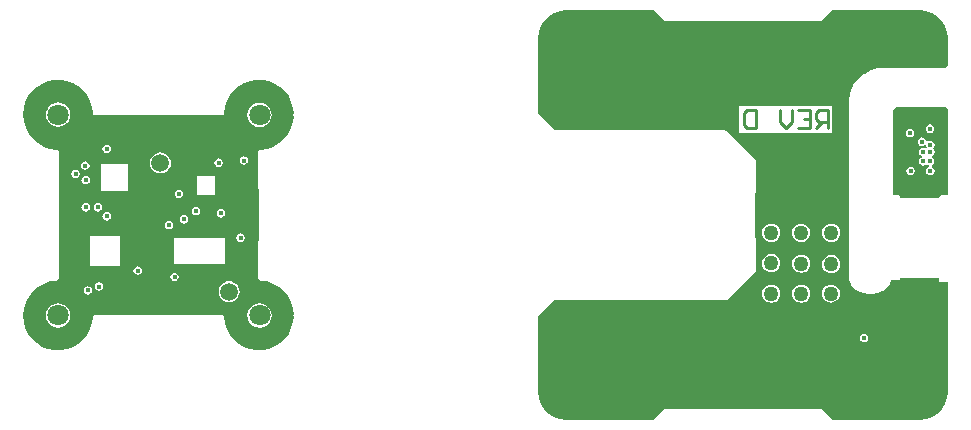
<source format=gbl>
G04 Layer_Physical_Order=4*
G04 Layer_Color=16711680*
%FSAX42Y42*%
%MOMM*%
G71*
G01*
G75*
%ADD23C,0.25*%
%ADD24C,1.80*%
%ADD25C,4.10*%
%ADD26C,1.50*%
%ADD28C,0.45*%
%ADD29C,1.27*%
G36*
X013432Y007396D02*
Y006669D01*
X013375D01*
X013365Y006665D01*
X013361Y006655D01*
Y006643D01*
X013032D01*
Y006655D01*
X013028Y006665D01*
X013019Y006669D01*
X012965D01*
Y007371D01*
X012966Y007381D01*
X012970Y007390D01*
X012975Y007397D01*
X012988Y007407D01*
X013003Y007413D01*
X013020Y007415D01*
X013414D01*
X013432Y007396D01*
D02*
G37*
G36*
X005974Y007636D02*
X006025Y007618D01*
X006072Y007591D01*
X006112Y007556D01*
X006146Y007514D01*
X006172Y007467D01*
X006189Y007415D01*
X006196Y007360D01*
X006197Y007358D01*
X006197Y007356D01*
X006198Y007355D01*
X006198Y007354D01*
X006199Y007353D01*
X006201Y007351D01*
X006202Y007350D01*
X006202Y007349D01*
X006204Y007348D01*
X006206Y007347D01*
X006207Y007347D01*
X006208Y007346D01*
X006210Y007346D01*
X006213Y007346D01*
X007288Y007346D01*
X007290Y007346D01*
X007292Y007346D01*
X007293Y007347D01*
X007294Y007347D01*
X007296Y007348D01*
X007298Y007349D01*
X007299Y007350D01*
X007300Y007351D01*
X007301Y007353D01*
X007302Y007354D01*
X007303Y007355D01*
X007303Y007356D01*
X007304Y007358D01*
X007304Y007360D01*
X007312Y007415D01*
X007328Y007466D01*
X007354Y007513D01*
X007388Y007555D01*
X007428Y007590D01*
X007475Y007617D01*
X007525Y007635D01*
X007578Y007643D01*
X007632Y007642D01*
X007684Y007632D01*
X007734Y007612D01*
X007779Y007583D01*
X007819Y007547D01*
X007851Y007504D01*
X007875Y007456D01*
X007889Y007404D01*
X007894Y007356D01*
X007894Y007356D01*
X007894Y007355D01*
X007893Y007354D01*
X007893Y007354D01*
X007893Y007353D01*
X007893Y007353D01*
X007893Y007352D01*
X007893Y007351D01*
X007893Y007351D01*
X007893Y007350D01*
X007893Y007350D01*
X007893Y007349D01*
X007893Y007349D01*
X007893Y007348D01*
X007893Y007347D01*
X007893Y007347D01*
X007893Y007346D01*
X007893Y007346D01*
X007893Y007345D01*
X007893Y007345D01*
X007893Y007344D01*
X007894Y007343D01*
X007894Y007343D01*
X007894Y007342D01*
X007889Y007292D01*
X007873Y007238D01*
X007847Y007188D01*
X007812Y007144D01*
X007769Y007108D01*
X007720Y007080D01*
X007667Y007062D01*
X007610Y007054D01*
X007608Y007053D01*
X007606Y007053D01*
X007605Y007052D01*
X007604Y007052D01*
X007602Y007051D01*
X007600Y007049D01*
X007600Y007048D01*
X007599Y007048D01*
X007598Y007046D01*
X007597Y007044D01*
X007596Y007043D01*
X007596Y007042D01*
X007596Y007040D01*
X007595Y007037D01*
Y006736D01*
X007595Y006736D01*
X007595Y006735D01*
X007595Y006734D01*
X007594Y006734D01*
X007594Y006733D01*
X007594Y006733D01*
X007594Y006732D01*
X007594Y006732D01*
X007594Y006731D01*
X007594Y006730D01*
X007593Y006730D01*
X007594Y006729D01*
X007593Y006729D01*
X007594Y006728D01*
X007593Y006727D01*
X007594Y006727D01*
X007593Y006726D01*
X007594Y006726D01*
X007594Y006725D01*
X007594Y006725D01*
X007594Y006724D01*
X007594Y006723D01*
X007594Y006723D01*
X007594Y006722D01*
X007594Y006722D01*
X007595Y006721D01*
X007595Y006721D01*
X007595Y006720D01*
X007595Y006719D01*
X007596Y006719D01*
X007596Y006719D01*
X007596Y006718D01*
X007597Y006718D01*
X007597Y006717D01*
X007597Y006717D01*
X007598Y006716D01*
X007598Y006716D01*
X007598Y006700D01*
X007598Y006700D01*
Y006655D01*
X007598Y006654D01*
X007597Y006285D01*
X007597Y006285D01*
X007597Y006285D01*
X007597Y006285D01*
X007596Y006284D01*
X007596Y006284D01*
X007596Y006283D01*
X007596Y006283D01*
X007595Y006282D01*
X007595Y006281D01*
X007595Y006281D01*
X007594Y006280D01*
X007594Y006280D01*
X007594Y006279D01*
X007594Y006279D01*
X007594Y006278D01*
X007594Y006277D01*
X007594Y006277D01*
X007594Y006276D01*
X007594Y006276D01*
X007594Y006275D01*
X007594Y006275D01*
X007594Y006274D01*
X007594Y006273D01*
X007594Y006273D01*
X007594Y006272D01*
X007594Y006272D01*
X007594Y006271D01*
X007594Y006271D01*
X007594Y006270D01*
X007594Y006269D01*
X007594Y006269D01*
X007594Y006268D01*
X007595Y006268D01*
X007595Y006267D01*
X007595Y006267D01*
X007595Y006266D01*
Y005962D01*
X007596Y005960D01*
X007596Y005958D01*
X007596Y005957D01*
X007597Y005956D01*
X007598Y005954D01*
X007599Y005952D01*
X007600Y005951D01*
X007600Y005950D01*
X007602Y005949D01*
X007604Y005948D01*
X007605Y005947D01*
X007606Y005947D01*
X007608Y005946D01*
X007610Y005946D01*
X007667Y005938D01*
X007720Y005920D01*
X007769Y005892D01*
X007812Y005856D01*
X007847Y005812D01*
X007873Y005762D01*
X007889Y005708D01*
X007894Y005657D01*
X007894Y005657D01*
X007894Y005657D01*
X007894Y005656D01*
X007893Y005655D01*
X007893Y005655D01*
X007893Y005654D01*
X007893Y005654D01*
X007893Y005653D01*
X007893Y005652D01*
X007893Y005652D01*
X007893Y005651D01*
X007893Y005651D01*
X007893Y005650D01*
X007893Y005650D01*
X007893Y005649D01*
X007893Y005648D01*
X007893Y005647D01*
X007893Y005647D01*
X007893Y005646D01*
X007893Y005646D01*
X007894Y005646D01*
X007894Y005645D01*
X007894Y005644D01*
X007894Y005644D01*
X007889Y005595D01*
X007875Y005544D01*
X007851Y005496D01*
X007819Y005453D01*
X007779Y005417D01*
X007734Y005388D01*
X007684Y005368D01*
X007632Y005357D01*
X007578Y005356D01*
X007525Y005365D01*
X007475Y005383D01*
X007428Y005410D01*
X007388Y005445D01*
X007354Y005487D01*
X007328Y005534D01*
X007312Y005585D01*
X007304Y005639D01*
X007304Y005641D01*
X007303Y005644D01*
X007303Y005645D01*
X007302Y005646D01*
X007301Y005647D01*
X007300Y005649D01*
X007299Y005650D01*
X007298Y005651D01*
X007296Y005652D01*
X007294Y005653D01*
X007293Y005653D01*
X007292Y005653D01*
X007290Y005654D01*
X007288Y005654D01*
X006213D01*
X006210Y005654D01*
X006208Y005653D01*
X006207Y005653D01*
X006206Y005653D01*
X006204Y005652D01*
X006202Y005651D01*
X006202Y005650D01*
X006201Y005649D01*
X006199Y005647D01*
X006198Y005646D01*
X006198Y005645D01*
X006197Y005644D01*
X006197Y005641D01*
X006196Y005639D01*
X006189Y005584D01*
X006172Y005533D01*
X006146Y005486D01*
X006112Y005444D01*
X006072Y005409D01*
X006025Y005382D01*
X005974Y005364D01*
X005921Y005355D01*
X005867Y005356D01*
X005814Y005367D01*
X005764Y005387D01*
X005719Y005416D01*
X005680Y005453D01*
X005647Y005496D01*
X005624Y005544D01*
X005609Y005596D01*
X005604Y005650D01*
X005610Y005706D01*
X005626Y005760D01*
X005652Y005810D01*
X005687Y005855D01*
X005730Y005892D01*
X005779Y005920D01*
X005832Y005938D01*
X005890Y005946D01*
X005892Y005946D01*
X005894Y005947D01*
X005895Y005947D01*
X005896Y005948D01*
X005898Y005949D01*
X005899Y005950D01*
X005900Y005951D01*
X005901Y005952D01*
X005902Y005954D01*
X005903Y005956D01*
X005903Y005957D01*
X005904Y005958D01*
X005904Y005960D01*
X005904Y005962D01*
Y007037D01*
X005904Y007040D01*
X005904Y007042D01*
X005903Y007043D01*
X005903Y007044D01*
X005902Y007046D01*
X005901Y007048D01*
X005900Y007048D01*
X005899Y007049D01*
X005898Y007051D01*
X005896Y007052D01*
X005895Y007052D01*
X005894Y007053D01*
X005892Y007053D01*
X005890Y007054D01*
X005832Y007062D01*
X005779Y007080D01*
X005730Y007108D01*
X005687Y007145D01*
X005652Y007189D01*
X005626Y007240D01*
X005610Y007294D01*
X005604Y007350D01*
X005609Y007404D01*
X005624Y007455D01*
X005647Y007504D01*
X005680Y007547D01*
X005719Y007584D01*
X005764Y007613D01*
X005814Y007633D01*
X005867Y007644D01*
X005921Y007645D01*
X005974Y007636D01*
D02*
G37*
G36*
X013251Y008227D02*
X013300Y008210D01*
X013345Y008182D01*
X013382Y008145D01*
X013409Y008101D01*
X013427Y008052D01*
X013432Y007999D01*
Y007770D01*
X013411Y007749D01*
X012897D01*
X012896Y007748D01*
X012895Y007748D01*
X012839Y007743D01*
X012838Y007742D01*
X012836Y007742D01*
X012782Y007726D01*
X012781Y007725D01*
X012779Y007725D01*
X012730Y007698D01*
X012728Y007697D01*
X012727Y007696D01*
X012684Y007661D01*
X012683Y007660D01*
X012682Y007660D01*
X012675Y007652D01*
X012674Y007651D01*
X012673Y007650D01*
X012633Y007598D01*
X012632Y007596D01*
X012631Y007595D01*
X012606Y007534D01*
X012606Y007532D01*
X012605Y007530D01*
X012596Y007465D01*
X012596Y007464D01*
X012596Y007462D01*
Y005971D01*
X012596Y005970D01*
X012596Y005969D01*
X012600Y005942D01*
X012601Y005940D01*
X012601Y005938D01*
X012611Y005913D01*
X012613Y005911D01*
X012614Y005909D01*
X012630Y005888D01*
X012632Y005886D01*
X012633Y005884D01*
X012669Y005857D01*
X012671Y005856D01*
X012673Y005855D01*
X012715Y005837D01*
X012717Y005837D01*
X012719Y005836D01*
X012764Y005830D01*
X012765Y005830D01*
X012766Y005830D01*
X012789D01*
X012790Y005830D01*
X012791Y005830D01*
X012833Y005836D01*
X012835Y005837D01*
X012838Y005837D01*
X012877Y005854D01*
X012879Y005855D01*
X012881Y005856D01*
X012915Y005882D01*
X012917Y005884D01*
X012918Y005885D01*
X012942Y005916D01*
X012943Y005918D01*
X012944Y005919D01*
X012956Y005948D01*
X013019D01*
X013028Y005952D01*
X013032Y005961D01*
Y005970D01*
X013361D01*
Y005944D01*
X013365Y005935D01*
X013375Y005931D01*
X013432D01*
Y005001D01*
X013427Y004948D01*
X013409Y004899D01*
X013382Y004855D01*
X013345Y004818D01*
X013300Y004790D01*
X013251Y004773D01*
X013198Y004767D01*
X012456D01*
X012367Y004856D01*
X012362Y004860D01*
X012355Y004861D01*
X011043D01*
X011037Y004860D01*
X011032Y004856D01*
X010942Y004767D01*
X010200D01*
X010147Y004773D01*
X010098Y004790D01*
X010054Y004818D01*
X010017Y004855D01*
X009989Y004899D01*
X009972Y004948D01*
X009966Y005001D01*
Y005643D01*
X010106Y005783D01*
X011557D01*
X011564Y005784D01*
X011569Y005788D01*
X011802Y006021D01*
X011806Y006026D01*
X011807Y006032D01*
Y006300D01*
X011806Y006306D01*
X011803Y006310D01*
Y006350D01*
X011801Y006355D01*
X011800Y006685D01*
X011804Y006688D01*
X011808Y006693D01*
X011809Y006700D01*
Y006957D01*
X011808Y006963D01*
X011804Y006969D01*
X011561Y007212D01*
X011556Y007215D01*
X011549Y007217D01*
X010106D01*
X009966Y007357D01*
Y007999D01*
X009972Y008052D01*
X009989Y008101D01*
X010017Y008145D01*
X010054Y008182D01*
X010098Y008210D01*
X010147Y008227D01*
X010200Y008233D01*
X010942D01*
X011032Y008144D01*
X011037Y008140D01*
X011043Y008139D01*
X012355D01*
X012362Y008140D01*
X012367Y008144D01*
X012456Y008233D01*
X013198D01*
X013251Y008227D01*
D02*
G37*
%LPC*%
G36*
X006426Y006325D02*
X006172D01*
Y006071D01*
X006426D01*
Y006325D01*
D02*
G37*
G36*
X007315Y006304D02*
X006883D01*
Y006088D01*
X007315D01*
Y006304D01*
D02*
G37*
G36*
X012446Y006160D02*
X012426Y006158D01*
X012408Y006150D01*
X012392Y006138D01*
X012379Y006122D01*
X012372Y006103D01*
X012369Y006083D01*
X012372Y006063D01*
X012379Y006045D01*
X012392Y006029D01*
X012408Y006017D01*
X012426Y006009D01*
X012446Y006006D01*
X012466Y006009D01*
X012484Y006017D01*
X012500Y006029D01*
X012513Y006045D01*
X012520Y006063D01*
X012523Y006083D01*
X012520Y006103D01*
X012513Y006122D01*
X012500Y006138D01*
X012484Y006150D01*
X012466Y006158D01*
X012446Y006160D01*
D02*
G37*
G36*
X012192Y006165D02*
X012172Y006163D01*
X012154Y006155D01*
X012138Y006143D01*
X012125Y006127D01*
X012118Y006108D01*
X012115Y006088D01*
X012118Y006068D01*
X012125Y006050D01*
X012138Y006034D01*
X012154Y006022D01*
X012172Y006014D01*
X012192Y006012D01*
X012212Y006014D01*
X012230Y006022D01*
X012246Y006034D01*
X012259Y006050D01*
X012266Y006068D01*
X012269Y006088D01*
X012266Y006108D01*
X012259Y006127D01*
X012246Y006143D01*
X012230Y006155D01*
X012212Y006163D01*
X012192Y006165D01*
D02*
G37*
G36*
X011938Y006170D02*
X011918Y006168D01*
X011900Y006160D01*
X011884Y006148D01*
X011871Y006132D01*
X011864Y006113D01*
X011861Y006093D01*
X011864Y006074D01*
X011871Y006055D01*
X011884Y006039D01*
X011900Y006027D01*
X011918Y006019D01*
X011938Y006017D01*
X011958Y006019D01*
X011976Y006027D01*
X011992Y006039D01*
X012005Y006055D01*
X012012Y006074D01*
X012015Y006093D01*
X012012Y006113D01*
X012005Y006132D01*
X011992Y006148D01*
X011976Y006160D01*
X011958Y006168D01*
X011938Y006170D01*
D02*
G37*
G36*
X007445Y006345D02*
X007431Y006343D01*
X007419Y006335D01*
X007412Y006323D01*
X007409Y006309D01*
X007412Y006296D01*
X007419Y006284D01*
X007431Y006276D01*
X007445Y006273D01*
X007458Y006276D01*
X007470Y006284D01*
X007478Y006296D01*
X007481Y006309D01*
X007478Y006323D01*
X007470Y006335D01*
X007458Y006343D01*
X007445Y006345D01*
D02*
G37*
G36*
X006840Y006449D02*
X006826Y006447D01*
X006815Y006439D01*
X006807Y006427D01*
X006804Y006414D01*
X006807Y006400D01*
X006815Y006388D01*
X006826Y006380D01*
X006840Y006378D01*
X006854Y006380D01*
X006866Y006388D01*
X006873Y006400D01*
X006876Y006414D01*
X006873Y006427D01*
X006866Y006439D01*
X006854Y006447D01*
X006840Y006449D01*
D02*
G37*
G36*
X012446Y006427D02*
X012426Y006424D01*
X012408Y006417D01*
X012392Y006404D01*
X012379Y006388D01*
X012372Y006370D01*
X012369Y006350D01*
X012372Y006330D01*
X012379Y006312D01*
X012392Y006296D01*
X012408Y006283D01*
X012426Y006276D01*
X012446Y006273D01*
X012466Y006276D01*
X012484Y006283D01*
X012500Y006296D01*
X012513Y006312D01*
X012520Y006330D01*
X012523Y006350D01*
X012520Y006370D01*
X012513Y006388D01*
X012500Y006404D01*
X012484Y006417D01*
X012466Y006424D01*
X012446Y006427D01*
D02*
G37*
G36*
X011938D02*
X011918Y006424D01*
X011900Y006417D01*
X011884Y006404D01*
X011871Y006388D01*
X011864Y006370D01*
X011861Y006350D01*
X011864Y006330D01*
X011871Y006312D01*
X011884Y006296D01*
X011900Y006283D01*
X011918Y006276D01*
X011938Y006273D01*
X011958Y006276D01*
X011976Y006283D01*
X011992Y006296D01*
X012005Y006312D01*
X012012Y006330D01*
X012015Y006350D01*
X012012Y006370D01*
X012005Y006388D01*
X011992Y006404D01*
X011976Y006417D01*
X011958Y006424D01*
X011938Y006427D01*
D02*
G37*
G36*
X012191D02*
X012171Y006424D01*
X012153Y006417D01*
X012137Y006404D01*
X012125Y006388D01*
X012117Y006370D01*
X012114Y006350D01*
X012117Y006330D01*
X012125Y006312D01*
X012137Y006296D01*
X012153Y006283D01*
X012171Y006276D01*
X012191Y006273D01*
X012211Y006276D01*
X012230Y006283D01*
X012245Y006296D01*
X012258Y006312D01*
X012265Y006330D01*
X012268Y006350D01*
X012265Y006370D01*
X012258Y006388D01*
X012245Y006404D01*
X012230Y006417D01*
X012211Y006424D01*
X012191Y006427D01*
D02*
G37*
G36*
X011938Y005911D02*
X011918Y005909D01*
X011900Y005901D01*
X011884Y005889D01*
X011871Y005873D01*
X011864Y005854D01*
X011861Y005835D01*
X011864Y005815D01*
X011871Y005796D01*
X011884Y005780D01*
X011900Y005768D01*
X011918Y005760D01*
X011938Y005758D01*
X011958Y005760D01*
X011976Y005768D01*
X011992Y005780D01*
X012005Y005796D01*
X012012Y005815D01*
X012015Y005835D01*
X012012Y005854D01*
X012005Y005873D01*
X011992Y005889D01*
X011976Y005901D01*
X011958Y005909D01*
X011938Y005911D01*
D02*
G37*
G36*
X012192D02*
X012172Y005909D01*
X012154Y005901D01*
X012138Y005889D01*
X012125Y005873D01*
X012118Y005854D01*
X012115Y005835D01*
X012118Y005815D01*
X012125Y005796D01*
X012138Y005780D01*
X012154Y005768D01*
X012172Y005760D01*
X012192Y005758D01*
X012212Y005760D01*
X012230Y005768D01*
X012246Y005780D01*
X012259Y005796D01*
X012266Y005815D01*
X012269Y005835D01*
X012266Y005854D01*
X012259Y005873D01*
X012246Y005889D01*
X012230Y005901D01*
X012212Y005909D01*
X012192Y005911D01*
D02*
G37*
G36*
X005900Y005754D02*
X005874Y005751D01*
X005849Y005740D01*
X005827Y005724D01*
X005811Y005702D01*
X005800Y005678D01*
X005797Y005651D01*
X005800Y005624D01*
X005811Y005599D01*
X005827Y005577D01*
X005849Y005561D01*
X005874Y005551D01*
X005900Y005547D01*
X005927Y005551D01*
X005952Y005561D01*
X005974Y005577D01*
X005990Y005599D01*
X006000Y005624D01*
X006004Y005651D01*
X006000Y005678D01*
X005990Y005702D01*
X005974Y005724D01*
X005952Y005740D01*
X005927Y005751D01*
X005900Y005754D01*
D02*
G37*
G36*
X012724Y005494D02*
X012711Y005491D01*
X012699Y005484D01*
X012691Y005472D01*
X012688Y005458D01*
X012691Y005445D01*
X012699Y005433D01*
X012711Y005425D01*
X012724Y005422D01*
X012738Y005425D01*
X012750Y005433D01*
X012758Y005445D01*
X012760Y005458D01*
X012758Y005472D01*
X012750Y005484D01*
X012738Y005491D01*
X012724Y005494D01*
D02*
G37*
G36*
X007606Y005754D02*
X007579Y005750D01*
X007554Y005740D01*
X007533Y005723D01*
X007516Y005702D01*
X007506Y005677D01*
X007502Y005650D01*
X007506Y005623D01*
X007516Y005598D01*
X007533Y005577D01*
X007554Y005560D01*
X007579Y005550D01*
X007606Y005546D01*
X007633Y005550D01*
X007658Y005560D01*
X007679Y005577D01*
X007696Y005598D01*
X007706Y005623D01*
X007710Y005650D01*
X007706Y005677D01*
X007696Y005702D01*
X007679Y005723D01*
X007658Y005740D01*
X007633Y005750D01*
X007606Y005754D01*
D02*
G37*
G36*
X012443Y005912D02*
X012424Y005910D01*
X012405Y005902D01*
X012389Y005890D01*
X012377Y005874D01*
X012369Y005855D01*
X012367Y005835D01*
X012369Y005816D01*
X012377Y005797D01*
X012389Y005781D01*
X012405Y005769D01*
X012424Y005761D01*
X012443Y005759D01*
X012463Y005761D01*
X012482Y005769D01*
X012498Y005781D01*
X012510Y005797D01*
X012518Y005816D01*
X012520Y005835D01*
X012518Y005855D01*
X012510Y005874D01*
X012498Y005890D01*
X012482Y005902D01*
X012463Y005910D01*
X012443Y005912D01*
D02*
G37*
G36*
X006886Y006013D02*
X006872Y006010D01*
X006861Y006002D01*
X006853Y005990D01*
X006850Y005977D01*
X006853Y005963D01*
X006861Y005951D01*
X006872Y005943D01*
X006886Y005941D01*
X006900Y005943D01*
X006911Y005951D01*
X006919Y005963D01*
X006922Y005977D01*
X006919Y005990D01*
X006911Y006002D01*
X006900Y006010D01*
X006886Y006013D01*
D02*
G37*
G36*
X006574Y006066D02*
X006560Y006063D01*
X006548Y006055D01*
X006540Y006044D01*
X006538Y006030D01*
X006540Y006016D01*
X006548Y006005D01*
X006560Y005997D01*
X006574Y005994D01*
X006587Y005997D01*
X006599Y006005D01*
X006607Y006016D01*
X006609Y006030D01*
X006607Y006044D01*
X006599Y006055D01*
X006587Y006063D01*
X006574Y006066D01*
D02*
G37*
G36*
X006246Y005931D02*
X006232Y005928D01*
X006220Y005921D01*
X006213Y005909D01*
X006210Y005895D01*
X006213Y005882D01*
X006220Y005870D01*
X006232Y005862D01*
X006246Y005859D01*
X006260Y005862D01*
X006271Y005870D01*
X006279Y005882D01*
X006282Y005895D01*
X006279Y005909D01*
X006271Y005921D01*
X006260Y005928D01*
X006246Y005931D01*
D02*
G37*
G36*
X007348Y005941D02*
X007325Y005938D01*
X007304Y005929D01*
X007286Y005915D01*
X007272Y005896D01*
X007263Y005875D01*
X007260Y005852D01*
X007263Y005829D01*
X007272Y005808D01*
X007286Y005790D01*
X007304Y005776D01*
X007325Y005767D01*
X007348Y005764D01*
X007371Y005767D01*
X007392Y005776D01*
X007411Y005790D01*
X007425Y005808D01*
X007434Y005829D01*
X007437Y005852D01*
X007434Y005875D01*
X007425Y005896D01*
X007411Y005915D01*
X007392Y005929D01*
X007371Y005938D01*
X007348Y005941D01*
D02*
G37*
G36*
X006152Y005898D02*
X006138Y005895D01*
X006127Y005888D01*
X006119Y005876D01*
X006116Y005862D01*
X006119Y005849D01*
X006127Y005837D01*
X006138Y005829D01*
X006152Y005826D01*
X006166Y005829D01*
X006177Y005837D01*
X006185Y005849D01*
X006188Y005862D01*
X006185Y005876D01*
X006177Y005888D01*
X006166Y005895D01*
X006152Y005898D01*
D02*
G37*
G36*
X006966Y006500D02*
X006953Y006497D01*
X006941Y006490D01*
X006933Y006478D01*
X006930Y006464D01*
X006933Y006450D01*
X006941Y006439D01*
X006953Y006431D01*
X006966Y006428D01*
X006980Y006431D01*
X006992Y006439D01*
X006999Y006450D01*
X007002Y006464D01*
X006999Y006478D01*
X006992Y006490D01*
X006980Y006497D01*
X006966Y006500D01*
D02*
G37*
G36*
X007473Y006998D02*
X007459Y006995D01*
X007447Y006988D01*
X007440Y006976D01*
X007437Y006962D01*
X007440Y006948D01*
X007447Y006937D01*
X007459Y006929D01*
X007473Y006926D01*
X007486Y006929D01*
X007498Y006937D01*
X007506Y006948D01*
X007509Y006962D01*
X007506Y006976D01*
X007498Y006988D01*
X007486Y006995D01*
X007473Y006998D01*
D02*
G37*
G36*
X006312Y007097D02*
X006298Y007094D01*
X006287Y007087D01*
X006279Y007075D01*
X006276Y007061D01*
X006279Y007047D01*
X006287Y007036D01*
X006298Y007028D01*
X006312Y007025D01*
X006326Y007028D01*
X006337Y007036D01*
X006345Y007047D01*
X006348Y007061D01*
X006345Y007075D01*
X006337Y007087D01*
X006326Y007094D01*
X006312Y007097D01*
D02*
G37*
G36*
X007259Y006980D02*
X007246Y006978D01*
X007234Y006970D01*
X007226Y006958D01*
X007223Y006944D01*
X007226Y006931D01*
X007234Y006919D01*
X007246Y006911D01*
X007259Y006908D01*
X007273Y006911D01*
X007285Y006919D01*
X007292Y006931D01*
X007295Y006944D01*
X007292Y006958D01*
X007285Y006970D01*
X007273Y006978D01*
X007259Y006980D01*
D02*
G37*
G36*
X006767Y007030D02*
X006744Y007027D01*
X006722Y007018D01*
X006704Y007004D01*
X006690Y006986D01*
X006681Y006965D01*
X006678Y006942D01*
X006681Y006919D01*
X006690Y006898D01*
X006704Y006879D01*
X006722Y006865D01*
X006744Y006856D01*
X006767Y006853D01*
X006789Y006856D01*
X006811Y006865D01*
X006829Y006879D01*
X006843Y006898D01*
X006852Y006919D01*
X006855Y006942D01*
X006852Y006965D01*
X006843Y006986D01*
X006829Y007004D01*
X006811Y007018D01*
X006789Y007027D01*
X006767Y007030D01*
D02*
G37*
G36*
X006132Y006955D02*
X006118Y006952D01*
X006106Y006944D01*
X006098Y006933D01*
X006096Y006919D01*
X006098Y006905D01*
X006106Y006894D01*
X006118Y006886D01*
X006132Y006883D01*
X006145Y006886D01*
X006157Y006894D01*
X006165Y006905D01*
X006167Y006919D01*
X006165Y006933D01*
X006157Y006944D01*
X006145Y006952D01*
X006132Y006955D01*
D02*
G37*
G36*
X013213Y007158D02*
X013199Y007155D01*
X013188Y007148D01*
X013180Y007136D01*
X013177Y007122D01*
X013180Y007108D01*
X013188Y007097D01*
X013199Y007089D01*
X013213Y007086D01*
X013227Y007089D01*
X013237Y007095D01*
X013239Y007095D01*
X013244Y007093D01*
X013249Y007090D01*
X013251Y007080D01*
X013257Y007073D01*
X013256Y007073D01*
X013246Y007062D01*
X013246Y007062D01*
X013240Y007066D01*
X013226Y007069D01*
X013212Y007066D01*
X013200Y007059D01*
X013193Y007047D01*
X013190Y007033D01*
X013193Y007020D01*
X013200Y007008D01*
X013211Y007001D01*
X013212Y006996D01*
Y006992D01*
X013211Y006987D01*
X013200Y006980D01*
X013193Y006968D01*
X013190Y006955D01*
X013193Y006941D01*
X013200Y006929D01*
X013212Y006921D01*
X013226Y006919D01*
X013240Y006921D01*
X013245Y006925D01*
X013258Y006929D01*
X013270Y006921D01*
X013272Y006920D01*
Y006907D01*
X013271Y006907D01*
X013259Y006899D01*
X013251Y006888D01*
X013249Y006874D01*
X013251Y006860D01*
X013259Y006849D01*
X013271Y006841D01*
X013285Y006838D01*
X013298Y006841D01*
X013310Y006849D01*
X013318Y006860D01*
X013321Y006874D01*
X013318Y006888D01*
X013310Y006899D01*
X013298Y006907D01*
X013296Y006908D01*
Y006921D01*
X013297Y006921D01*
X013309Y006929D01*
X013317Y006940D01*
X013320Y006954D01*
X013317Y006968D01*
X013309Y006979D01*
X013297Y006987D01*
X013296Y006987D01*
Y007000D01*
X013298Y007001D01*
X013310Y007009D01*
X013318Y007020D01*
X013321Y007034D01*
X013318Y007048D01*
X013313Y007055D01*
X013311Y007064D01*
X013313Y007073D01*
X013318Y007080D01*
X013321Y007094D01*
X013318Y007108D01*
X013310Y007120D01*
X013298Y007127D01*
X013285Y007130D01*
X013271Y007127D01*
X013261Y007121D01*
X013259Y007121D01*
X013254Y007123D01*
X013248Y007126D01*
X013246Y007136D01*
X013238Y007148D01*
X013227Y007155D01*
X013213Y007158D01*
D02*
G37*
G36*
X007606Y007453D02*
X007579Y007449D01*
X007554Y007439D01*
X007533Y007422D01*
X007516Y007401D01*
X007506Y007376D01*
X007502Y007349D01*
X007506Y007322D01*
X007516Y007297D01*
X007533Y007276D01*
X007554Y007260D01*
X007579Y007249D01*
X007606Y007246D01*
X007633Y007249D01*
X007658Y007260D01*
X007679Y007276D01*
X007696Y007297D01*
X007706Y007322D01*
X007710Y007349D01*
X007706Y007376D01*
X007696Y007401D01*
X007679Y007422D01*
X007658Y007439D01*
X007633Y007449D01*
X007606Y007453D01*
D02*
G37*
G36*
X005900Y007454D02*
X005874Y007450D01*
X005849Y007440D01*
X005827Y007423D01*
X005811Y007402D01*
X005800Y007377D01*
X005797Y007350D01*
X005800Y007323D01*
X005811Y007298D01*
X005827Y007277D01*
X005849Y007260D01*
X005874Y007250D01*
X005900Y007246D01*
X005927Y007250D01*
X005952Y007260D01*
X005974Y007277D01*
X005990Y007298D01*
X006000Y007323D01*
X006004Y007350D01*
X006000Y007377D01*
X005990Y007402D01*
X005974Y007423D01*
X005952Y007440D01*
X005927Y007450D01*
X005900Y007454D01*
D02*
G37*
G36*
X012454Y007424D02*
X011666D01*
Y007196D01*
X012454D01*
Y007424D01*
D02*
G37*
G36*
X013114Y007229D02*
X013100Y007226D01*
X013089Y007219D01*
X013081Y007207D01*
X013078Y007193D01*
X013081Y007180D01*
X013089Y007168D01*
X013100Y007160D01*
X013114Y007157D01*
X013128Y007160D01*
X013139Y007168D01*
X013147Y007180D01*
X013150Y007193D01*
X013147Y007207D01*
X013139Y007219D01*
X013128Y007226D01*
X013114Y007229D01*
D02*
G37*
G36*
X013282Y007267D02*
X013268Y007265D01*
X013256Y007257D01*
X013249Y007245D01*
X013246Y007231D01*
X013249Y007218D01*
X013256Y007206D01*
X013268Y007198D01*
X013282Y007195D01*
X013295Y007198D01*
X013307Y007206D01*
X013315Y007218D01*
X013318Y007231D01*
X013315Y007245D01*
X013307Y007257D01*
X013295Y007265D01*
X013282Y007267D01*
D02*
G37*
G36*
X006134Y006602D02*
X006120Y006599D01*
X006109Y006591D01*
X006101Y006580D01*
X006098Y006566D01*
X006101Y006552D01*
X006109Y006541D01*
X006120Y006533D01*
X006134Y006530D01*
X006148Y006533D01*
X006159Y006541D01*
X006167Y006552D01*
X006170Y006566D01*
X006167Y006580D01*
X006159Y006591D01*
X006148Y006599D01*
X006134Y006602D01*
D02*
G37*
G36*
X006236D02*
X006222Y006599D01*
X006210Y006591D01*
X006203Y006580D01*
X006200Y006566D01*
X006203Y006552D01*
X006210Y006541D01*
X006222Y006533D01*
X006236Y006530D01*
X006249Y006533D01*
X006261Y006541D01*
X006269Y006552D01*
X006272Y006566D01*
X006269Y006580D01*
X006261Y006591D01*
X006249Y006599D01*
X006236Y006602D01*
D02*
G37*
G36*
X007069Y006569D02*
X007055Y006566D01*
X007043Y006558D01*
X007036Y006547D01*
X007033Y006533D01*
X007036Y006519D01*
X007043Y006508D01*
X007055Y006500D01*
X007069Y006497D01*
X007083Y006500D01*
X007094Y006508D01*
X007102Y006519D01*
X007105Y006533D01*
X007102Y006547D01*
X007094Y006558D01*
X007083Y006566D01*
X007069Y006569D01*
D02*
G37*
G36*
X006312Y006526D02*
X006298Y006523D01*
X006287Y006515D01*
X006279Y006503D01*
X006276Y006490D01*
X006279Y006476D01*
X006287Y006464D01*
X006298Y006457D01*
X006312Y006454D01*
X006326Y006457D01*
X006337Y006464D01*
X006345Y006476D01*
X006348Y006490D01*
X006345Y006503D01*
X006337Y006515D01*
X006326Y006523D01*
X006312Y006526D01*
D02*
G37*
G36*
X007277Y006551D02*
X007264Y006548D01*
X007252Y006540D01*
X007244Y006529D01*
X007242Y006515D01*
X007244Y006501D01*
X007252Y006489D01*
X007264Y006482D01*
X007277Y006479D01*
X007291Y006482D01*
X007303Y006489D01*
X007311Y006501D01*
X007313Y006515D01*
X007311Y006529D01*
X007303Y006540D01*
X007291Y006548D01*
X007277Y006551D01*
D02*
G37*
G36*
X006921Y006716D02*
X006908Y006713D01*
X006896Y006706D01*
X006888Y006694D01*
X006886Y006680D01*
X006888Y006666D01*
X006896Y006655D01*
X006908Y006647D01*
X006921Y006644D01*
X006935Y006647D01*
X006947Y006655D01*
X006955Y006666D01*
X006957Y006680D01*
X006955Y006694D01*
X006947Y006706D01*
X006935Y006713D01*
X006921Y006716D01*
D02*
G37*
G36*
X006048Y006884D02*
X006034Y006881D01*
X006022Y006873D01*
X006015Y006862D01*
X006012Y006848D01*
X006015Y006834D01*
X006022Y006822D01*
X006034Y006815D01*
X006048Y006812D01*
X006061Y006815D01*
X006073Y006822D01*
X006081Y006834D01*
X006084Y006848D01*
X006081Y006862D01*
X006073Y006873D01*
X006061Y006881D01*
X006048Y006884D01*
D02*
G37*
G36*
X013118Y006910D02*
X013105Y006907D01*
X013093Y006899D01*
X013085Y006888D01*
X013082Y006874D01*
X013085Y006860D01*
X013093Y006849D01*
X013105Y006841D01*
X013118Y006838D01*
X013132Y006841D01*
X013144Y006849D01*
X013151Y006860D01*
X013154Y006874D01*
X013151Y006888D01*
X013144Y006899D01*
X013132Y006907D01*
X013118Y006910D01*
D02*
G37*
G36*
X006134Y006830D02*
X006120Y006828D01*
X006109Y006820D01*
X006101Y006808D01*
X006098Y006794D01*
X006101Y006781D01*
X006109Y006769D01*
X006120Y006761D01*
X006134Y006759D01*
X006148Y006761D01*
X006159Y006769D01*
X006167Y006781D01*
X006170Y006794D01*
X006167Y006808D01*
X006159Y006820D01*
X006148Y006828D01*
X006134Y006830D01*
D02*
G37*
G36*
X007226Y006833D02*
X007074D01*
Y006668D01*
X007226D01*
Y006833D01*
D02*
G37*
G36*
X006490Y006934D02*
X006261D01*
Y006706D01*
X006490D01*
Y006934D01*
D02*
G37*
%LPD*%
D23*
X012416Y007234D02*
Y007386D01*
X012339D01*
X012314Y007361D01*
Y007310D01*
X012339Y007285D01*
X012416D01*
X012365D02*
X012314Y007234D01*
X012162Y007386D02*
X012263D01*
Y007234D01*
X012162D01*
X012263Y007310D02*
X012212D01*
X012111Y007386D02*
Y007285D01*
X012060Y007234D01*
X012009Y007285D01*
Y007386D01*
X011806D02*
Y007234D01*
X011730D01*
X011705Y007259D01*
Y007361D01*
X011730Y007386D01*
X011806D01*
D24*
X005900Y007350D02*
D03*
X007606Y007349D02*
D03*
Y005650D02*
D03*
X005900Y005651D02*
D03*
D25*
X013200Y008000D02*
D03*
X010200Y005000D02*
D03*
Y008000D02*
D03*
X013200Y005000D02*
D03*
D26*
X006037Y005780D02*
D03*
X006767Y006942D02*
D03*
X007348Y005852D02*
D03*
D28*
X006840Y006414D02*
D03*
X013395Y007381D02*
D03*
X013295D02*
D03*
X013199D02*
D03*
X013100D02*
D03*
X013005D02*
D03*
X012309Y005613D02*
D03*
X012248Y005478D02*
D03*
X012497Y005466D02*
D03*
X012724Y005458D02*
D03*
X013118Y006874D02*
D03*
X013285D02*
D03*
X013213Y007122D02*
D03*
X013226Y007033D02*
D03*
Y006955D02*
D03*
X013284Y006954D02*
D03*
X013285Y007034D02*
D03*
X013114Y007193D02*
D03*
X013285Y007094D02*
D03*
X012890Y005801D02*
D03*
X006952Y006604D02*
D03*
X006921Y006680D02*
D03*
X007277Y006515D02*
D03*
X007445Y006309D02*
D03*
X006966Y006464D02*
D03*
X007473Y006962D02*
D03*
X007379Y006700D02*
D03*
X006706Y007079D02*
D03*
X007069Y006533D02*
D03*
X006048Y006848D02*
D03*
X006134Y006794D02*
D03*
X006312Y006490D02*
D03*
X006134Y006566D02*
D03*
X006312Y007061D02*
D03*
X006550Y005700D02*
D03*
X006750D02*
D03*
X013250Y005500D02*
D03*
X006132Y006919D02*
D03*
X006782Y006617D02*
D03*
X006604Y006327D02*
D03*
X006236Y006566D02*
D03*
X006152Y005862D02*
D03*
X006652Y006218D02*
D03*
X006886Y005977D02*
D03*
X006574Y006030D02*
D03*
X006713Y005773D02*
D03*
X006472Y005885D02*
D03*
X006246Y005895D02*
D03*
X007259Y006944D02*
D03*
X006124Y007031D02*
D03*
X007100Y006964D02*
D03*
X007402Y006800D02*
D03*
X010250Y007500D02*
D03*
X010500D02*
D03*
X012000Y005250D02*
D03*
X012250D02*
D03*
X011500D02*
D03*
X011250D02*
D03*
X011750D02*
D03*
X011000D02*
D03*
X010750D02*
D03*
X010500D02*
D03*
X012250Y005000D02*
D03*
X012000D02*
D03*
X011750D02*
D03*
X012500D02*
D03*
X011250D02*
D03*
X011500D02*
D03*
X010750D02*
D03*
X010500D02*
D03*
X011000D02*
D03*
X012750D02*
D03*
X013000Y005250D02*
D03*
X012750D02*
D03*
X012500D02*
D03*
X012000Y005500D02*
D03*
X011500D02*
D03*
X011250D02*
D03*
X010750D02*
D03*
X011000D02*
D03*
X011750D02*
D03*
X010500D02*
D03*
X010250D02*
D03*
X010750Y007500D02*
D03*
X011000D02*
D03*
X011250D02*
D03*
X011500D02*
D03*
X011750D02*
D03*
X012000D02*
D03*
X012250D02*
D03*
X012500D02*
D03*
X012750Y007750D02*
D03*
X012500D02*
D03*
X012250D02*
D03*
X012000D02*
D03*
X011750D02*
D03*
X011500D02*
D03*
X011250D02*
D03*
X011000D02*
D03*
X010750D02*
D03*
X010500D02*
D03*
X012750Y008000D02*
D03*
X012500D02*
D03*
X012250D02*
D03*
X012000D02*
D03*
X011750D02*
D03*
X011500D02*
D03*
X011250D02*
D03*
X011000D02*
D03*
X010750D02*
D03*
X010500D02*
D03*
X006642Y006909D02*
D03*
Y006756D02*
D03*
X013282Y007231D02*
D03*
X007074Y005911D02*
D03*
X006650Y005700D02*
D03*
X006450D02*
D03*
X006350D02*
D03*
X006250D02*
D03*
X006150D02*
D03*
X006050D02*
D03*
X005950Y006500D02*
D03*
Y006400D02*
D03*
Y006600D02*
D03*
Y006300D02*
D03*
Y006100D02*
D03*
Y006200D02*
D03*
Y006000D02*
D03*
Y005900D02*
D03*
Y005800D02*
D03*
Y006700D02*
D03*
Y006800D02*
D03*
Y006900D02*
D03*
Y007000D02*
D03*
Y007100D02*
D03*
Y007200D02*
D03*
X006050Y007300D02*
D03*
X006150D02*
D03*
X006250D02*
D03*
X006350D02*
D03*
X006450D02*
D03*
X006550D02*
D03*
X006650D02*
D03*
X006750D02*
D03*
X006850D02*
D03*
X006950D02*
D03*
X007050D02*
D03*
X007150D02*
D03*
X007250D02*
D03*
X007350D02*
D03*
X007450D02*
D03*
X007550Y007200D02*
D03*
Y007100D02*
D03*
Y007000D02*
D03*
Y006900D02*
D03*
Y006100D02*
D03*
Y006000D02*
D03*
Y005900D02*
D03*
Y005800D02*
D03*
X007450Y005700D02*
D03*
X007350D02*
D03*
X007250D02*
D03*
X007150D02*
D03*
X007050D02*
D03*
X006950D02*
D03*
X006850D02*
D03*
D29*
X012446Y006083D02*
D03*
X012192Y005835D02*
D03*
X012446Y006350D02*
D03*
X012443Y005835D02*
D03*
X012191Y006350D02*
D03*
X012443Y006600D02*
D03*
X012192Y006088D02*
D03*
X011938Y006093D02*
D03*
Y005835D02*
D03*
Y006350D02*
D03*
M02*

</source>
